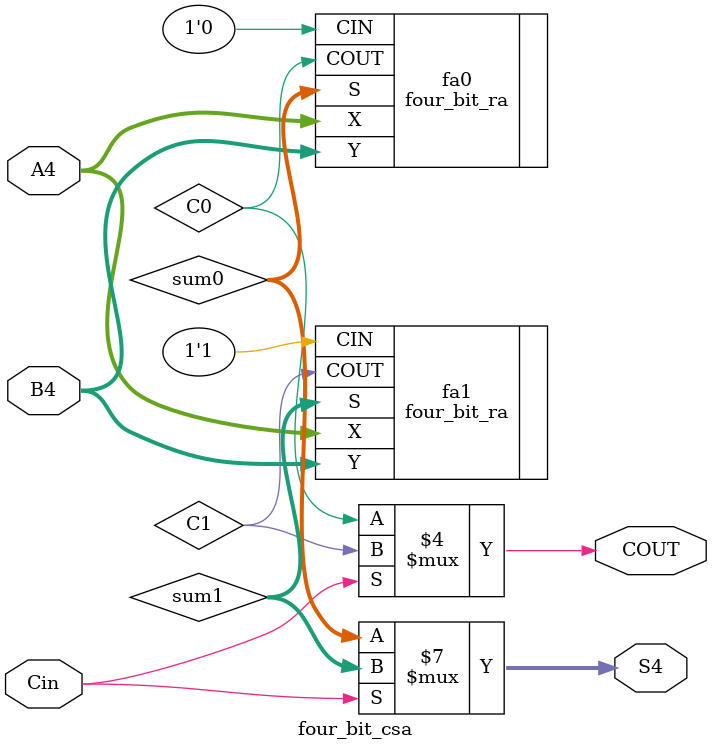
<source format=sv>
module carry_select_adder
(
    input   logic[15:0]     A,
    input   logic[15:0]     B,
    output  logic[15:0]     Sum,
    output  logic           CO
);

    /* TODO
     *
     * Insert code here to implement a carry select.
     * Your code should be completly combinational (don't use always_ff or always_latch).
     * Feel free to create sub-modules or other files. */
	  //internal logics
	  logic c1, c2, c3;
	  //use 3 four_bit select adders and 1 four_bit ripple adder
	  four_bit_ra  fcra1(.X(A[3:0]),    .Y(B[3:0]),    .CIN(1'b0), .S(Sum[3:0]),    .COUT(c1));
	  four_bit_csa fcsa1(.A4(A[7:4]),   .B4(B[7:4]),   .Cin(c1),   .S4(Sum[7:4]),  .COUT(c2));	  
	  four_bit_csa fcsa2(.A4(A[11:8]),  .B4(B[11:8]),  .Cin(c2),   .S4(Sum[11:8]),  .COUT(c3));
	  four_bit_csa fcsa3(.A4(A[15:12]), .B4(B[15:12]), .Cin(c3),   .S4(Sum[15:12]), .COUT(CO));
     
endmodule



module four_bit_csa
(
    //A4, B4 and S4 are the inputs and outputs of the adder
	 //Pg and Gg are the group progation and generation bits
    input  logic [3:0]       A4,
	 input  logic [3:0]       B4,
	 input  logic             Cin,
	 output logic [3:0]       S4,
	 output logic             COUT
);

    //internal logics
    logic  [3:0]  sum0, sum1;
	 logic         C0, C1;
	 
	 //use the four bit ripple adders module
	 four_bit_ra fa0(.X(A4),   .Y(B4),   .CIN(1'b0),  .S(sum0),   .COUT(C0));  
	 four_bit_ra fa1(.X(A4),   .Y(B4),   .CIN(1'b1),  .S(sum1),   .COUT(C1));  
	 
	 //select the result according to the input carry
	 always_comb
	 begin
	     //choose according to Cin
		  if (Cin == 1'b1)
		      begin
				    S4   = sum1;
					 COUT = C1;				
				end
		   else
		      begin
				    S4   = sum0;
					 COUT = C0;				
				end			
	 
	 end

endmodule	 
	 
	 
	 
	 
	 
	 
	 
	 
	 
	 
	 

</source>
